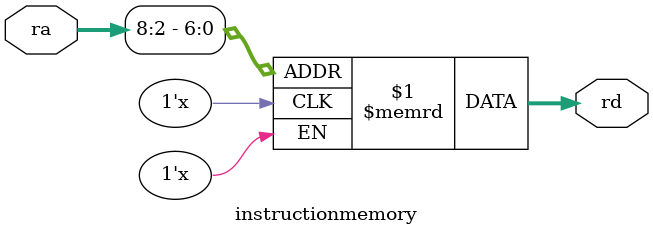
<source format=sv>
`timescale 1ns / 1ps


module instructionmemory#(
    parameter INS_ADDRESS = 9,
    parameter INS_W = 32
     )(
    input logic [ INS_ADDRESS -1:0] ra , // Read address of the instruction memory , comes from PC
    output logic [ INS_W -1:0] rd // Read Data
    );
    

logic [INS_W-1 :0] Inst_mem [(2**(INS_ADDRESS-2))-1:0];
    
 


assign rd =  Inst_mem [ra[INS_ADDRESS-1:2]];  

//      genvar i;
//      generate
//          for (i = 15; i < 127; i++) begin
//              assign Inst_mem[i] = 32'h00007033;
//          end
//      endgenerate

endmodule


</source>
